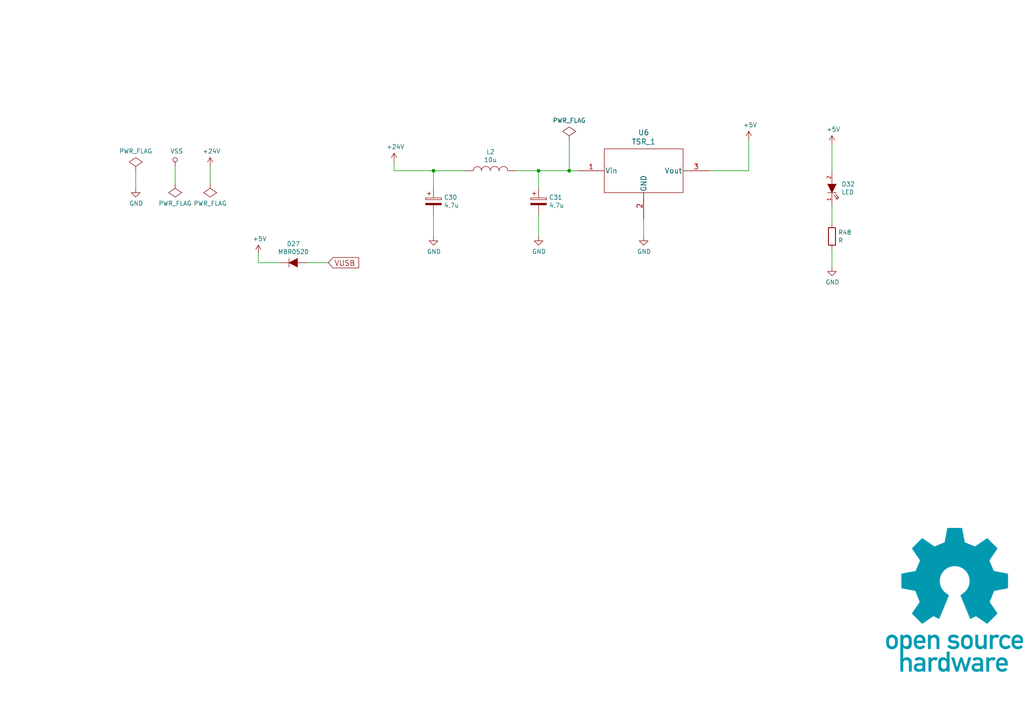
<source format=kicad_sch>
(kicad_sch (version 20231120) (generator "eeschema") (generator_version "8.0")
  (paper "A4")
  (title_block (title "Subsistema de alimentación") (date "2016-08-18") (rev "V.0.1") (company "ATMEGA328-Motor-Board") (comment 2 "Creada por Antonio Morales") (comment 3 "Documentación en https://github.com/AntonioMR/ATMEGA328-Motor-Board") (comment 4 "ATMEGA328-Motor-Board"))
  (lib_symbols
    (symbol "ATMEGA328_Motor_Board-rescue:+24V" (power) (pin_names (offset 0))
      (property "Value" "+24V" (at 0 3.556 0))
      (symbol "+24V_0_1"
        (polyline (pts (xy -0.762 1.27) (xy 0 2.54)))
        (polyline (pts (xy 0 0) (xy 0 2.54)))
        (polyline (pts (xy 0 2.54) (xy 0.762 1.27)))
      )
      (symbol "+24V_1_1"
        (pin power_in line (at 0 0 90) (length 0) hide (name "+24V") (number "1"))
      )
    )
    (symbol "ATMEGA328_Motor_Board-rescue:+5V" (power) (pin_names (offset 0))
      (property "Value" "+5V" (at 0 3.556 0))
      (symbol "+5V_0_1"
        (polyline (pts (xy -0.762 1.27) (xy 0 2.54)))
        (polyline (pts (xy 0 0) (xy 0 2.54)))
        (polyline (pts (xy 0 2.54) (xy 0.762 1.27)))
      )
      (symbol "+5V_1_1"
        (pin power_in line (at 0 0 90) (length 0) hide (name "+5V") (number "1"))
      )
    )
    (symbol "ATMEGA328_Motor_Board-rescue:CP" (pin_numbers hide) (pin_names (offset 0.254))
      (property "Reference" "C" (at 0.635 2.54 0))
      (property "Value" "CP" (at 0.635 -2.54 0))
      (symbol "CP_0_1"
        (rectangle (start -2.286 0.508) (end -2.286 1.016))
        (rectangle (start -2.286 0.508) (end 2.286 0.508))
        (polyline (pts (xy -1.778 2.286) (xy -0.762 2.286)))
        (polyline (pts (xy -1.27 2.794) (xy -1.27 1.778)))
        (rectangle (start 2.286 -0.508) (end -2.286 -1.016) (fill (type outline)))
        (rectangle (start 2.286 1.016) (end -2.286 1.016))
        (rectangle (start 2.286 1.016) (end 2.286 0.508))
      )
      (symbol "CP_1_1"
        (pin passive line (at 0 3.81 270) (length 2.794) (name "~") (number "1"))
        (pin passive line (at 0 -3.81 90) (length 2.794) (name "~") (number "2"))
      )
    )
    (symbol "ATMEGA328_Motor_Board-rescue:D" (pin_numbers hide) (pin_names (offset 1.016) hide)
      (property "Reference" "D" (at 0 2.54 0))
      (property "Value" "D" (at 0 -2.54 0))
      (symbol "D_0_1"
        (polyline (pts (xy -1.27 1.27) (xy -1.27 -1.27)) (stroke (width 0.1524)))
        (polyline (pts (xy 1.27 1.27) (xy -1.27 0) (xy 1.27 -1.27)) (fill (type outline)))
      )
      (symbol "D_1_1"
        (pin passive line (at -3.81 0 0) (length 2.54) (name "K") (number "1"))
        (pin passive line (at 3.81 0 180) (length 2.54) (name "A") (number "2"))
      )
    )
    (symbol "ATMEGA328_Motor_Board-rescue:GND" (power) (pin_names (offset 0))
      (property "Value" "GND" (at 0 -3.81 0))
      (symbol "GND_0_1"
        (polyline (pts (xy 0 0) (xy 0 -1.27) (xy 1.27 -1.27) (xy 0 -2.54) (xy -1.27 -1.27) (xy 0 -1.27)))
      )
      (symbol "GND_1_1"
        (pin power_in line (at 0 0 270) (length 0) hide (name "GND") (number "1"))
      )
    )
    (symbol "ATMEGA328_Motor_Board-rescue:L" (pin_numbers hide) (pin_names (offset 1.016) hide)
      (property "Reference" "L" (at -1.27 0 90))
      (property "Value" "L" (at 2.54 0 90))
      (symbol "L_0_1"
        (arc (start 0.0254 -5.0546) (mid 1.2449 -3.8097) (end 0.0254 -2.54))
        (arc (start 0.0254 -2.5146) (mid 1.2703 -1.2444) (end 0.0254 0.0508))
        (arc (start 0.0254 0.0254) (mid 1.2703 1.2956) (end 0.0254 2.5908))
        (arc (start 0.0254 2.5654) (mid 1.1941 3.7595) (end 0.0254 4.9784))
      )
      (symbol "L_1_1"
        (pin passive line (at 0 7.62 270) (length 2.54) (name "1") (number "1"))
        (pin passive line (at 0 -7.62 90) (length 2.54) (name "2") (number "2"))
      )
    )
    (symbol "ATMEGA328_Motor_Board-rescue:LED" (pin_names (offset 1.016) hide)
      (property "Reference" "D" (at 0 2.54 0))
      (property "Value" "LED" (at 0 -2.54 0))
      (symbol "LED_0_1"
        (polyline (pts (xy -1.27 1.27) (xy -1.27 -1.27)))
        (polyline (pts (xy -2.032 -0.635) (xy -3.175 -1.651) (xy -3.048 -1.016)))
        (polyline (pts (xy -1.651 -1.016) (xy -2.794 -2.032) (xy -2.667 -1.397)))
        (polyline (pts (xy 1.27 1.27) (xy -1.27 0) (xy 1.27 -1.27)) (fill (type outline)))
      )
      (symbol "LED_1_1"
        (pin passive line (at -5.08 0 0) (length 3.81) (name "K") (number "1"))
        (pin passive line (at 5.08 0 180) (length 3.81) (name "A") (number "2"))
      )
    )
    (symbol "ATMEGA328_Motor_Board-rescue:PWR_FLAG" (power) (pin_numbers hide) (pin_names (offset 0) hide)
      (property "Value" "PWR_FLAG" (at 0 4.572 0))
      (symbol "PWR_FLAG_0_0"
        (pin power_out line (at 0 0 90) (length 0) (name "pwr") (number "1"))
      )
      (symbol "PWR_FLAG_0_1"
        (polyline (pts (xy 0 0) (xy 0 1.27) (xy -1.905 2.54) (xy 0 3.81) (xy 1.905 2.54) (xy 0 1.27)))
      )
    )
    (symbol "ATMEGA328_Motor_Board-rescue:R" (pin_numbers hide) (pin_names (offset 0))
      (property "Reference" "R" (at 2.032 0 90))
      (property "Value" "R" (at 0 0 90))
      (symbol "R_0_1"
        (rectangle (start -1.016 -2.54) (end 1.016 2.54) (stroke (width 0.254)))
      )
      (symbol "R_1_1"
        (pin passive line (at 0 3.81 270) (length 1.27) (name "~") (number "1"))
        (pin passive line (at 0 -3.81 90) (length 1.27) (name "~") (number "2"))
      )
    )
    (symbol "ATMEGA328_Motor_Board-rescue:TSR_1" (pin_names (offset 0.254))
      (property "Reference" "U" (at 7.62 16.51 0))
      (property "Value" "TSR_1" (at 0 12.7 0))
      (symbol "TSR_1_0_1"
        (rectangle (start -11.43 15.24) (end 11.43 2.54))
      )
      (symbol "TSR_1_1_1"
        (pin power_in line (at -19.05 8.89 0) (length 7.62) (name "Vin") (number "1"))
        (pin power_in line (at 0 -5.08 90) (length 7.62) (name "GND") (number "2"))
        (pin power_out line (at 19.05 8.89 180) (length 7.62) (name "Vout") (number "3"))
      )
    )
    (symbol "ATMEGA328_Motor_Board-rescue:VSS" (power) (pin_names (offset 0))
      (property "Value" "VSS" (at 0 3.81 0))
      (symbol "VSS_0_1"
        (polyline (pts (xy 0 0) (xy 0 1.27)))
        (circle (center 0 1.905) (radius 0.635))
      )
      (symbol "VSS_1_1"
        (pin power_in line (at 0 0 90) (length 0) hide (name "VSS") (number "1"))
      )
    )
  )
  (junction (at 165.1 49.53))
  (junction (at 156.21 49.53))
  (junction (at 125.73 49.53))
  (wire (pts (xy 125.73 62.23) (xy 125.73 68.58)))
  (wire (pts (xy 165.1 49.53) (xy 167.64 49.53)))
  (wire (pts (xy 165.1 40.64) (xy 165.1 49.53)))
  (wire (pts (xy 241.3 49.53) (xy 241.3 41.91)))
  (wire (pts (xy 125.73 49.53) (xy 114.3 49.53)))
  (wire (pts (xy 241.3 77.47) (xy 241.3 72.39)))
  (wire (pts (xy 156.21 49.53) (xy 165.1 49.53)))
  (wire (pts (xy 217.17 49.53) (xy 217.17 40.64)))
  (wire (pts (xy 60.96 53.34) (xy 60.96 48.26)))
  (wire (pts (xy 205.74 49.53) (xy 217.17 49.53)))
  (wire (pts (xy 50.8 53.34) (xy 50.8 48.26)))
  (wire (pts (xy 74.93 76.2) (xy 74.93 73.66)))
  (wire (pts (xy 114.3 49.53) (xy 114.3 46.99)))
  (wire (pts (xy 88.9 76.2) (xy 95.25 76.2)))
  (wire (pts (xy 39.37 49.53) (xy 39.37 54.61)))
  (wire (pts (xy 149.86 49.53) (xy 156.21 49.53)))
  (wire (pts (xy 156.21 49.53) (xy 156.21 54.61)))
  (wire (pts (xy 186.69 63.5) (xy 186.69 68.58)))
  (wire (pts (xy 134.62 49.53) (xy 125.73 49.53)))
  (wire (pts (xy 125.73 54.61) (xy 125.73 49.53)))
  (wire (pts (xy 241.3 64.77) (xy 241.3 59.69)))
  (wire (pts (xy 81.28 76.2) (xy 74.93 76.2)))
  (wire (pts (xy 156.21 68.58) (xy 156.21 62.23)))
  (image (at 276.86 173.99) (scale 1.32))
  (global_label "VUSB" (shape input) (at 95.25 76.2 0) (effects (font (size 1.524 1.524))) (property "Intersheetrefs" "${INTERSHEET_REFS}" (effects (hide yes))))
  (symbol (lib_id "ATMEGA328_Motor_Board-rescue:GND") (at 39.37 54.61 0) (unit 1)
    (property "Reference" "#PWR067" (effects (hide yes)))
    (property "Value" "GND" (at 39.497 59.0042 0))
  )
  (symbol (lib_id "ATMEGA328_Motor_Board-rescue:PWR_FLAG") (at 39.37 49.53 0) (unit 1)
    (property "Reference" "#FLG068" (effects (hide yes)))
    (property "Value" "PWR_FLAG" (at 39.37 43.8404 0))
  )
  (symbol (lib_id "ATMEGA328_Motor_Board-rescue:VSS") (at 50.8 48.26 0) (unit 1)
    (property "Reference" "#PWR069" (effects (hide yes)))
    (property "Value" "VSS" (at 51.2318 43.8658 0))
  )
  (symbol (lib_id "ATMEGA328_Motor_Board-rescue:PWR_FLAG") (at 50.8 53.34 180) (unit 1)
    (property "Reference" "#FLG070" (effects (hide yes)))
    (property "Value" "PWR_FLAG" (at 50.8 59.0042 0))
  )
  (symbol (lib_id "ATMEGA328_Motor_Board-rescue:D") (at 85.09 76.2 0) (unit 1)
    (property "Reference" "D27" (at 85.09 70.739 0))
    (property "Value" "MBR0520" (at 85.09 73.0504 0))
    (property "Footprint" "Diodos:SOD-123" (effects (hide yes)))
    (property "Fabricante" "FAIRCHILD SEMICONDUCTOR" (effects (hide yes)))
    (property "Ref" "MBR0520L" (effects (hide yes)))
    (property "Provedor" "tme" (effects (hide yes)))
    (property "Ref_Proveedor" "MBR0520L" (effects (hide yes)))
  )
  (symbol (lib_id "ATMEGA328_Motor_Board-rescue:+5V") (at 74.93 73.66 0) (unit 1)
    (property "Reference" "#PWR071" (effects (hide yes)))
    (property "Value" "+5V" (at 75.311 69.2658 0))
  )
  (symbol (lib_id "ATMEGA328_Motor_Board-rescue:TSR_1") (at 186.69 58.42 0) (unit 1)
    (property "Reference" "U6" (at 186.69 38.4302 0) (effects (font (size 1.524 1.524))))
    (property "Value" "TSR_1" (at 186.69 41.1226 0) (effects (font (size 1.524 1.524))))
    (property "Footprint" "Traco:TSR-1" (effects (hide yes)))
    (property "Fabricante" "TRACOPOWER" (effects (hide yes)))
    (property "Ref" "TSR 1-2450" (effects (hide yes)))
    (property "Provedor" "rs" (effects (hide yes)))
    (property "Ref_Proveedor" "666-4379" (effects (hide yes)))
  )
  (symbol (lib_id "ATMEGA328_Motor_Board-rescue:L") (at 142.24 49.53 90) (unit 1)
    (property "Reference" "L2" (at 142.24 44.0436 90))
    (property "Value" "10u" (at 142.24 46.355 90))
    (property "Footprint" "Magneticos:FERROCORE_SMD_0703" (effects (hide yes)))
    (property "Fabricante" "FERROCORE" (effects (hide yes)))
    (property "Ref" "DER0705-10" (effects (hide yes)))
    (property "Provedor" "tme" (effects (hide yes)))
    (property "Ref_Proveedor" "DER0705-10" (effects (hide yes)))
  )
  (symbol (lib_id "ATMEGA328_Motor_Board-rescue:GND") (at 186.69 68.58 0) (unit 1)
    (property "Reference" "#PWR072" (effects (hide yes)))
    (property "Value" "GND" (at 186.817 72.9742 0))
  )
  (symbol (lib_id "ATMEGA328_Motor_Board-rescue:GND") (at 156.21 68.58 0) (unit 1)
    (property "Reference" "#PWR073" (effects (hide yes)))
    (property "Value" "GND" (at 156.337 72.9742 0))
  )
  (symbol (lib_id "ATMEGA328_Motor_Board-rescue:GND") (at 125.73 68.58 0) (unit 1)
    (property "Reference" "#PWR074" (effects (hide yes)))
    (property "Value" "GND" (at 125.857 72.9742 0))
  )
  (symbol (lib_id "ATMEGA328_Motor_Board-rescue:+5V") (at 217.17 40.64 0) (unit 1)
    (property "Reference" "#PWR075" (effects (hide yes)))
    (property "Value" "+5V" (at 217.551 36.2458 0))
  )
  (symbol (lib_id "ATMEGA328_Motor_Board-rescue:CP") (at 156.21 58.42 0) (unit 1)
    (property "Reference" "C31" (at 159.2072 57.2516 0) (effects (justify left)))
    (property "Value" "4,7u" (at 159.2072 59.563 0) (effects (justify left)))
    (property "Footprint" "Condensadores:TantalC_SizeC_EIA-6032_Wave" (effects (hide yes)))
    (property "Fabricante" "AVX" (effects (hide yes)))
    (property "Ref" "TAJC475K050R" (effects (hide yes)))
    (property "Provedor" "tme" (effects (hide yes)))
    (property "Ref_Proveedor" "TAJC475K050R" (effects (hide yes)))
  )
  (symbol (lib_id "ATMEGA328_Motor_Board-rescue:CP") (at 125.73 58.42 0) (unit 1)
    (property "Reference" "C30" (at 128.7272 57.2516 0) (effects (justify left)))
    (property "Value" "4,7u" (at 128.7272 59.563 0) (effects (justify left)))
    (property "Footprint" "Condensadores:TantalC_SizeC_EIA-6032_Wave" (effects (hide yes)))
    (property "Fabricante" "AVX" (effects (hide yes)))
    (property "Ref" "TAJC475K050R" (effects (hide yes)))
    (property "Provedor" "tme" (effects (hide yes)))
    (property "Ref_Proveedor" "TAJC475K050R" (effects (hide yes)))
  )
  (symbol (lib_id "ATMEGA328_Motor_Board-rescue:PWR_FLAG") (at 165.1 40.64 0) (unit 1)
    (property "Reference" "#FLG076" (effects (hide yes)))
    (property "Value" "PWR_FLAG" (at 165.1 34.9504 0))
  )
  (symbol (lib_id "ATMEGA328_Motor_Board-rescue:+24V") (at 60.96 48.26 0) (unit 1)
    (property "Reference" "#PWR077" (effects (hide yes)))
    (property "Value" "+24V" (at 61.341 43.8658 0))
  )
  (symbol (lib_id "ATMEGA328_Motor_Board-rescue:PWR_FLAG") (at 60.96 53.34 180) (unit 1)
    (property "Reference" "#FLG078" (effects (hide yes)))
    (property "Value" "PWR_FLAG" (at 60.96 59.0042 0))
  )
  (symbol (lib_id "ATMEGA328_Motor_Board-rescue:+24V") (at 114.3 46.99 0) (unit 1)
    (property "Reference" "#PWR079" (effects (hide yes)))
    (property "Value" "+24V" (at 114.681 42.5958 0))
  )
  (symbol (lib_id "ATMEGA328_Motor_Board-rescue:LED") (at 241.3 54.61 90) (unit 1)
    (property "Reference" "D32" (at 244.0432 53.4416 90) (effects (justify right)))
    (property "Value" "LED" (at 244.0432 55.753 90) (effects (justify right)))
    (property "Footprint" "Leds:LED_0805" (effects (hide yes)))
  )
  (symbol (lib_id "ATMEGA328_Motor_Board-rescue:R") (at 241.3 68.58 0) (unit 1)
    (property "Reference" "R48" (at 243.078 67.4116 0) (effects (justify left)))
    (property "Value" "R" (at 243.078 69.723 0) (effects (justify left)))
    (property "Footprint" "Resistors_SMD:R_0805" (effects (hide yes)))
  )
  (symbol (lib_id "ATMEGA328_Motor_Board-rescue:GND") (at 241.3 77.47 0) (unit 1)
    (property "Reference" "#PWR080" (effects (hide yes)))
    (property "Value" "GND" (at 241.427 81.8642 0))
  )
  (symbol (lib_id "ATMEGA328_Motor_Board-rescue:+5V") (at 241.3 41.91 0) (unit 1)
    (property "Reference" "#PWR081" (effects (hide yes)))
    (property "Value" "+5V" (at 241.681 37.5158 0))
  )
)
</source>
